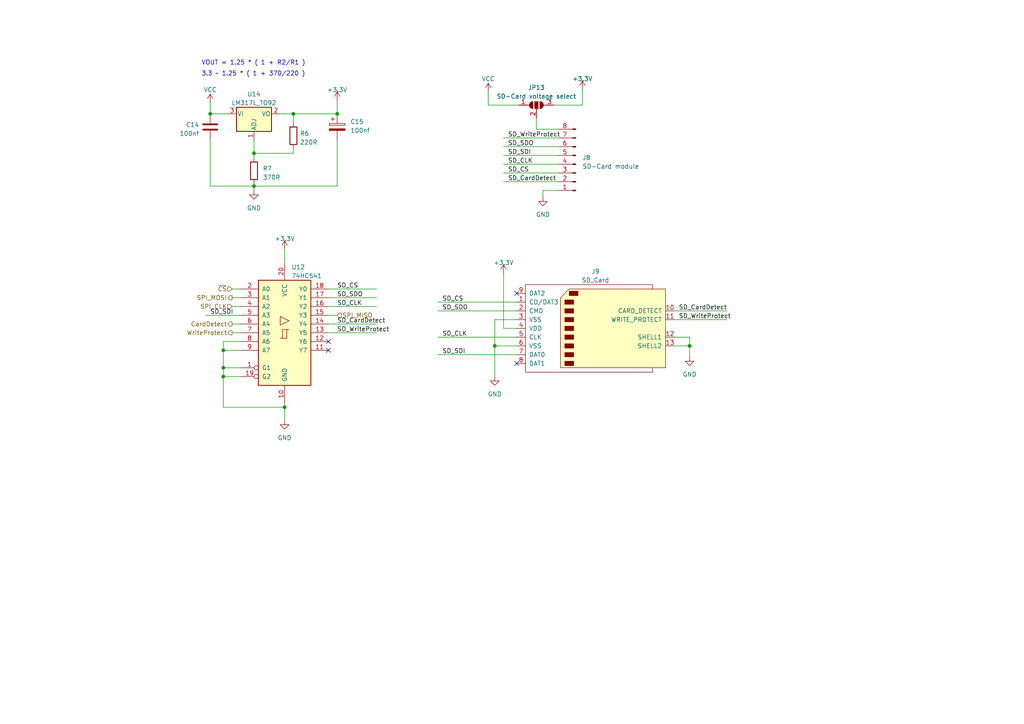
<source format=kicad_sch>
(kicad_sch (version 20250114) (generator "eeschema") (generator_version "9.0")
  (paper "A4")
  (lib_symbols
    (symbol "74xx:74LS541" (pin_names (offset 1.016))
      (property "Reference" "U" (at -7.62 16.51 0))
      (property "Value" "74LS541" (at -7.62 -16.51 0))
      (symbol "74LS541_1_0"
        (polyline (pts (xy -1.27 -1.6002) (xy 0.635 -1.6002) (xy 0.635 0.9398) (xy 1.27 0.9398)))
        (polyline (pts (xy -0.635 -1.6002) (xy -0.635 0.9398) (xy 0.635 0.9398)))
        (polyline (pts (xy 1.27 3.4798) (xy -1.27 4.7498) (xy -1.27 2.2098) (xy 1.27 3.4798)) (stroke (width 0.1524)))
        (pin input line (at -12.7 12.7 0) (length 5.08) (name "A0") (number "2"))
        (pin input line (at -12.7 10.16 0) (length 5.08) (name "A1") (number "3"))
        (pin input line (at -12.7 7.62 0) (length 5.08) (name "A2") (number "4"))
        (pin input line (at -12.7 5.08 0) (length 5.08) (name "A3") (number "5"))
        (pin input line (at -12.7 2.54 0) (length 5.08) (name "A4") (number "6"))
        (pin input line (at -12.7 0 0) (length 5.08) (name "A5") (number "7"))
        (pin input line (at -12.7 -2.54 0) (length 5.08) (name "A6") (number "8"))
        (pin input line (at -12.7 -5.08 0) (length 5.08) (name "A7") (number "9"))
        (pin input inverted (at -12.7 -10.16 0) (length 5.08) (name "G1") (number "1"))
        (pin input inverted (at -12.7 -12.7 0) (length 5.08) (name "G2") (number "19"))
        (pin power_in line (at 0 20.32 270) (length 5.08) (name "VCC") (number "20"))
        (pin power_in line (at 0 -20.32 90) (length 5.08) (name "GND") (number "10"))
        (pin tri_state line (at 12.7 12.7 180) (length 5.08) (name "Y0") (number "18"))
        (pin tri_state line (at 12.7 10.16 180) (length 5.08) (name "Y1") (number "17"))
        (pin tri_state line (at 12.7 7.62 180) (length 5.08) (name "Y2") (number "16"))
        (pin tri_state line (at 12.7 5.08 180) (length 5.08) (name "Y3") (number "15"))
        (pin tri_state line (at 12.7 2.54 180) (length 5.08) (name "Y4") (number "14"))
        (pin tri_state line (at 12.7 0 180) (length 5.08) (name "Y5") (number "13"))
        (pin tri_state line (at 12.7 -2.54 180) (length 5.08) (name "Y6") (number "12"))
        (pin tri_state line (at 12.7 -5.08 180) (length 5.08) (name "Y7") (number "11"))
      )
      (symbol "74LS541_1_1"
        (rectangle (start -7.62 15.24) (end 7.62 -15.24) (stroke (width 0.254)) (fill (type background)))
      )
    )
    (symbol "Connector:Conn_01x08_Pin" (pin_names (offset 1.016) (hide yes))
      (property "Reference" "J" (at 0 10.16 0))
      (property "Value" "Conn_01x08_Pin" (at 0 -12.7 0))
      (symbol "Conn_01x08_Pin_1_1"
        (rectangle (start 0.8636 7.747) (end 0 7.493) (stroke (width 0.1524)) (fill (type outline)))
        (rectangle (start 0.8636 5.207) (end 0 4.953) (stroke (width 0.1524)) (fill (type outline)))
        (rectangle (start 0.8636 2.667) (end 0 2.413) (stroke (width 0.1524)) (fill (type outline)))
        (rectangle (start 0.8636 0.127) (end 0 -0.127) (stroke (width 0.1524)) (fill (type outline)))
        (rectangle (start 0.8636 -2.413) (end 0 -2.667) (stroke (width 0.1524)) (fill (type outline)))
        (rectangle (start 0.8636 -4.953) (end 0 -5.207) (stroke (width 0.1524)) (fill (type outline)))
        (rectangle (start 0.8636 -7.493) (end 0 -7.747) (stroke (width 0.1524)) (fill (type outline)))
        (rectangle (start 0.8636 -10.033) (end 0 -10.287) (stroke (width 0.1524)) (fill (type outline)))
        (polyline (pts (xy 1.27 7.62) (xy 0.8636 7.62)) (stroke (width 0.1524)))
        (polyline (pts (xy 1.27 5.08) (xy 0.8636 5.08)) (stroke (width 0.1524)))
        (polyline (pts (xy 1.27 2.54) (xy 0.8636 2.54)) (stroke (width 0.1524)))
        (polyline (pts (xy 1.27 0) (xy 0.8636 0)) (stroke (width 0.1524)))
        (polyline (pts (xy 1.27 -2.54) (xy 0.8636 -2.54)) (stroke (width 0.1524)))
        (polyline (pts (xy 1.27 -5.08) (xy 0.8636 -5.08)) (stroke (width 0.1524)))
        (polyline (pts (xy 1.27 -7.62) (xy 0.8636 -7.62)) (stroke (width 0.1524)))
        (polyline (pts (xy 1.27 -10.16) (xy 0.8636 -10.16)) (stroke (width 0.1524)))
        (pin passive line (at 5.08 7.62 180) (length 3.81) (name "Pin_1") (number "1"))
        (pin passive line (at 5.08 5.08 180) (length 3.81) (name "Pin_2") (number "2"))
        (pin passive line (at 5.08 2.54 180) (length 3.81) (name "Pin_3") (number "3"))
        (pin passive line (at 5.08 0 180) (length 3.81) (name "Pin_4") (number "4"))
        (pin passive line (at 5.08 -2.54 180) (length 3.81) (name "Pin_5") (number "5"))
        (pin passive line (at 5.08 -5.08 180) (length 3.81) (name "Pin_6") (number "6"))
        (pin passive line (at 5.08 -7.62 180) (length 3.81) (name "Pin_7") (number "7"))
        (pin passive line (at 5.08 -10.16 180) (length 3.81) (name "Pin_8") (number "8"))
      )
    )
    (symbol "Connector:SD_Card" (pin_names (offset 1.016))
      (property "Reference" "J" (at -16.51 13.97 0))
      (property "Value" "SD_Card" (at 15.24 -13.97 0))
      (symbol "SD_Card_0_1"
        (polyline (pts (xy -10.16 8.89) (xy -7.62 11.43) (xy 20.32 11.43) (xy 20.32 -11.43) (xy -10.16 -11.43) (xy -10.16 8.89)) (fill (type background)))
        (rectangle (start -8.89 8.255) (end -6.35 6.985) (fill (type outline)))
        (rectangle (start -8.89 5.715) (end -6.35 4.445) (fill (type outline)))
        (rectangle (start -8.89 3.175) (end -6.35 1.905) (fill (type outline)))
        (rectangle (start -8.89 0.635) (end -6.35 -0.635) (fill (type outline)))
        (rectangle (start -8.89 -1.905) (end -6.35 -3.175) (fill (type outline)))
        (rectangle (start -8.89 -4.445) (end -6.35 -5.715) (fill (type outline)))
        (rectangle (start -8.89 -6.985) (end -6.35 -8.255) (fill (type outline)))
        (rectangle (start -8.89 -9.525) (end -6.35 -10.795) (fill (type outline)))
        (rectangle (start -7.62 10.795) (end -5.08 9.525) (fill (type outline)))
        (polyline (pts (xy 16.51 11.43) (xy 16.51 12.7) (xy -20.32 12.7) (xy -20.32 -12.7) (xy 16.51 -12.7) (xy 16.51 -11.43)))
      )
      (symbol "SD_Card_1_1"
        (pin input line (at -22.86 10.16 0) (length 2.54) (name "DAT2") (number "9"))
        (pin input line (at -22.86 7.62 0) (length 2.54) (name "CD/DAT3") (number "1"))
        (pin input line (at -22.86 5.08 0) (length 2.54) (name "CMD") (number "2"))
        (pin power_in line (at -22.86 2.54 0) (length 2.54) (name "VSS") (number "3"))
        (pin power_in line (at -22.86 0 0) (length 2.54) (name "VDD") (number "4"))
        (pin input line (at -22.86 -2.54 0) (length 2.54) (name "CLK") (number "5"))
        (pin power_in line (at -22.86 -5.08 0) (length 2.54) (name "VSS") (number "6"))
        (pin input line (at -22.86 -7.62 0) (length 2.54) (name "DAT0") (number "7"))
        (pin input line (at -22.86 -10.16 0) (length 2.54) (name "DAT1") (number "8"))
        (pin input line (at 22.86 5.08 180) (length 2.54) (name "CARD_DETECT") (number "10"))
        (pin input line (at 22.86 2.54 180) (length 2.54) (name "WRITE_PROTECT") (number "11"))
        (pin input line (at 22.86 -2.54 180) (length 2.54) (name "SHELL1") (number "12"))
        (pin input line (at 22.86 -5.08 180) (length 2.54) (name "SHELL2") (number "13"))
      )
    )
    (symbol "Device:C" (pin_numbers (hide yes)) (pin_names (offset 0.254))
      (property "Reference" "C" (at 0.635 2.54 0))
      (property "Value" "C" (at 0.635 -2.54 0))
      (symbol "C_0_1"
        (polyline (pts (xy -2.032 0.762) (xy 2.032 0.762)) (stroke (width 0.508)))
        (polyline (pts (xy -2.032 -0.762) (xy 2.032 -0.762)) (stroke (width 0.508)))
      )
      (symbol "C_1_1"
        (pin passive line (at 0 3.81 270) (length 2.794) (name "~") (number "1"))
        (pin passive line (at 0 -3.81 90) (length 2.794) (name "~") (number "2"))
      )
    )
    (symbol "Device:C_Polarized" (pin_numbers (hide yes)) (pin_names (offset 0.254))
      (property "Reference" "C" (at 0.635 2.54 0))
      (property "Value" "C_Polarized" (at 0.635 -2.54 0))
      (symbol "C_Polarized_0_1"
        (rectangle (start -2.286 0.508) (end 2.286 1.016))
        (polyline (pts (xy -1.778 2.286) (xy -0.762 2.286)))
        (polyline (pts (xy -1.27 2.794) (xy -1.27 1.778)))
        (rectangle (start 2.286 -0.508) (end -2.286 -1.016) (fill (type outline)))
      )
      (symbol "C_Polarized_1_1"
        (pin passive line (at 0 3.81 270) (length 2.794) (name "~") (number "1"))
        (pin passive line (at 0 -3.81 90) (length 2.794) (name "~") (number "2"))
      )
    )
    (symbol "Device:R" (pin_numbers (hide yes)) (pin_names (offset 0))
      (property "Reference" "R" (at 2.032 0 90))
      (property "Value" "R" (at 0 0 90))
      (symbol "R_0_1"
        (rectangle (start -1.016 -2.54) (end 1.016 2.54) (stroke (width 0.254)))
      )
      (symbol "R_1_1"
        (pin passive line (at 0 3.81 270) (length 1.27) (name "~") (number "1"))
        (pin passive line (at 0 -3.81 90) (length 1.27) (name "~") (number "2"))
      )
    )
    (symbol "Jumper:SolderJumper_3_Open" (pin_names (offset 0) (hide yes))
      (property "Reference" "JP" (at -2.54 -2.54 0))
      (property "Value" "SolderJumper_3_Open" (at 0 2.794 0))
      (symbol "SolderJumper_3_Open_0_1"
        (polyline (pts (xy -2.54 0) (xy -2.032 0)))
        (polyline (pts (xy -1.016 1.016) (xy -1.016 -1.016)))
        (arc (start -1.016 -1.016) (mid -2.0276 0) (end -1.016 1.016))
        (arc (start -1.016 -1.016) (mid -2.0276 0) (end -1.016 1.016) (fill (type outline)))
        (rectangle (start -0.508 1.016) (end 0.508 -1.016) (fill (type outline)))
        (polyline (pts (xy 0 -1.27) (xy 0 -1.016)))
        (arc (start 1.016 1.016) (mid 2.0276 0) (end 1.016 -1.016))
        (arc (start 1.016 1.016) (mid 2.0276 0) (end 1.016 -1.016) (fill (type outline)))
        (polyline (pts (xy 1.016 1.016) (xy 1.016 -1.016)))
        (polyline (pts (xy 2.54 0) (xy 2.032 0)))
      )
      (symbol "SolderJumper_3_Open_1_1"
        (pin passive line (at -5.08 0 0) (length 2.54) (name "A") (number "1"))
        (pin passive line (at 0 -3.81 90) (length 2.54) (name "C") (number "2"))
        (pin passive line (at 5.08 0 180) (length 2.54) (name "B") (number "3"))
      )
    )
    (symbol "Regulator_Linear:LM317L_TO92" (pin_names (offset 0.254))
      (property "Reference" "U" (at -3.81 3.175 0))
      (property "Value" "LM317L_TO92" (at 0 3.175 0))
      (symbol "LM317L_TO92_0_1"
        (rectangle (start -5.08 1.905) (end 5.08 -5.08) (stroke (width 0.254)) (fill (type background)))
      )
      (symbol "LM317L_TO92_1_1"
        (pin power_in line (at -7.62 0 0) (length 2.54) (name "VI") (number "3"))
        (pin input line (at 0 -7.62 90) (length 2.54) (name "ADJ") (number "1"))
        (pin power_out line (at 7.62 0 180) (length 2.54) (name "VO") (number "2"))
      )
    )
    (symbol "power:+3.3V" (power) (pin_names (offset 0))
      (property "Value" "+3.3V" (at 0 3.556 0))
      (symbol "+3.3V_0_1"
        (polyline (pts (xy -0.762 1.27) (xy 0 2.54)))
        (polyline (pts (xy 0 2.54) (xy 0.762 1.27)))
        (polyline (pts (xy 0 0) (xy 0 2.54)))
      )
      (symbol "+3.3V_1_1"
        (pin power_in line (at 0 0 90) (length 0) (hide yes) (name "+3.3V") (number "1"))
      )
    )
    (symbol "power:GND" (power) (pin_names (offset 0))
      (property "Value" "GND" (at 0 -3.81 0))
      (symbol "GND_0_1"
        (polyline (pts (xy 0 0) (xy 0 -1.27) (xy 1.27 -1.27) (xy 0 -2.54) (xy -1.27 -1.27) (xy 0 -1.27)))
      )
      (symbol "GND_1_1"
        (pin power_in line (at 0 0 270) (length 0) (hide yes) (name "GND") (number "1"))
      )
    )
    (symbol "power:VCC" (power) (pin_names (offset 0))
      (property "Value" "VCC" (at 0 3.81 0))
      (symbol "VCC_0_1"
        (polyline (pts (xy -0.762 1.27) (xy 0 2.54)))
        (polyline (pts (xy 0 2.54) (xy 0.762 1.27)))
        (polyline (pts (xy 0 0) (xy 0 2.54)))
      )
      (symbol "VCC_1_1"
        (pin power_in line (at 0 0 90) (length 0) (hide yes) (name "VCC") (number "1"))
      )
    )
  )
  (text "VOUT = 1.25 * ( 1 + R2/R1 )" (at 58.42 19.05 0) (effects (font (size 1.27 1.27)) (justify left bottom)))
  (text "3.3 ~ 1.25 * ( 1 + 370/220 )" (at 58.42 22.225 0) (effects (font (size 1.27 1.27)) (justify left bottom)))
  (junction (at 73.66 44.45))
  (junction (at 64.77 106.68))
  (junction (at 143.51 100.33))
  (junction (at 200.025 100.33))
  (junction (at 85.09 33.02))
  (junction (at 97.79 33.02))
  (junction (at 82.55 118.11))
  (junction (at 64.77 109.22))
  (junction (at 64.77 101.6))
  (junction (at 60.96 33.02))
  (junction (at 73.66 53.975))
  (no_connect (at 95.25 99.06))
  (no_connect (at 95.25 101.6))
  (no_connect (at 149.86 105.41))
  (no_connect (at 149.86 85.09))
  (wire (pts (xy 73.66 40.64) (xy 73.66 44.45)))
  (wire (pts (xy 59.69 91.44) (xy 69.85 91.44)))
  (wire (pts (xy 127 90.17) (xy 149.86 90.17)))
  (wire (pts (xy 200.025 100.33) (xy 200.025 103.505)))
  (wire (pts (xy 64.77 99.06) (xy 69.85 99.06)))
  (wire (pts (xy 127 87.63) (xy 149.86 87.63)))
  (wire (pts (xy 60.96 40.64) (xy 60.96 53.975)))
  (wire (pts (xy 143.51 92.71) (xy 143.51 100.33)))
  (wire (pts (xy 146.05 95.25) (xy 149.86 95.25)))
  (wire (pts (xy 97.79 29.21) (xy 97.79 33.02)))
  (wire (pts (xy 95.25 83.82) (xy 109.22 83.82)))
  (wire (pts (xy 155.575 37.465) (xy 161.925 37.465)))
  (wire (pts (xy 146.05 45.085) (xy 161.925 45.085)))
  (wire (pts (xy 67.31 83.82) (xy 69.85 83.82)))
  (wire (pts (xy 195.58 100.33) (xy 200.025 100.33)))
  (wire (pts (xy 60.96 33.02) (xy 66.04 33.02)))
  (wire (pts (xy 109.22 93.98) (xy 95.25 93.98)))
  (wire (pts (xy 67.31 88.9) (xy 69.85 88.9)))
  (wire (pts (xy 168.91 30.48) (xy 168.91 26.035)))
  (wire (pts (xy 195.58 90.17) (xy 210.82 90.17)))
  (wire (pts (xy 200.025 97.79) (xy 200.025 100.33)))
  (wire (pts (xy 143.51 100.33) (xy 143.51 109.22)))
  (wire (pts (xy 127 102.87) (xy 149.86 102.87)))
  (wire (pts (xy 85.09 33.02) (xy 97.79 33.02)))
  (wire (pts (xy 73.66 53.34) (xy 73.66 53.975)))
  (wire (pts (xy 160.655 30.48) (xy 168.91 30.48)))
  (wire (pts (xy 64.77 109.22) (xy 64.77 118.11)))
  (wire (pts (xy 64.77 101.6) (xy 64.77 106.68)))
  (wire (pts (xy 64.77 118.11) (xy 82.55 118.11)))
  (wire (pts (xy 146.05 47.625) (xy 161.925 47.625)))
  (wire (pts (xy 64.77 99.06) (xy 64.77 101.6)))
  (wire (pts (xy 82.55 72.39) (xy 82.55 76.2)))
  (wire (pts (xy 69.85 106.68) (xy 64.77 106.68)))
  (wire (pts (xy 67.31 93.98) (xy 69.85 93.98)))
  (wire (pts (xy 64.77 109.22) (xy 69.85 109.22)))
  (wire (pts (xy 155.575 34.29) (xy 155.575 37.465)))
  (wire (pts (xy 146.05 42.545) (xy 161.925 42.545)))
  (wire (pts (xy 82.55 118.11) (xy 82.55 116.84)))
  (wire (pts (xy 146.05 50.165) (xy 161.925 50.165)))
  (wire (pts (xy 127 97.79) (xy 149.86 97.79)))
  (wire (pts (xy 95.25 86.36) (xy 109.22 86.36)))
  (wire (pts (xy 146.05 79.375) (xy 146.05 95.25)))
  (wire (pts (xy 141.605 26.67) (xy 141.605 30.48)))
  (wire (pts (xy 146.05 52.705) (xy 161.925 52.705)))
  (wire (pts (xy 210.82 92.71) (xy 195.58 92.71)))
  (wire (pts (xy 157.48 55.245) (xy 157.48 57.15)))
  (wire (pts (xy 60.96 29.845) (xy 60.96 33.02)))
  (wire (pts (xy 85.09 43.18) (xy 85.09 44.45)))
  (wire (pts (xy 95.25 88.9) (xy 109.22 88.9)))
  (wire (pts (xy 64.77 106.68) (xy 64.77 109.22)))
  (wire (pts (xy 149.86 92.71) (xy 143.51 92.71)))
  (wire (pts (xy 67.31 96.52) (xy 69.85 96.52)))
  (wire (pts (xy 195.58 97.79) (xy 200.025 97.79)))
  (wire (pts (xy 81.28 33.02) (xy 85.09 33.02)))
  (wire (pts (xy 85.09 33.02) (xy 85.09 35.56)))
  (wire (pts (xy 97.79 91.44) (xy 95.25 91.44)))
  (wire (pts (xy 97.79 53.975) (xy 73.66 53.975)))
  (wire (pts (xy 73.66 53.975) (xy 73.66 55.245)))
  (wire (pts (xy 161.925 55.245) (xy 157.48 55.245)))
  (wire (pts (xy 141.605 30.48) (xy 150.495 30.48)))
  (wire (pts (xy 146.05 40.005) (xy 161.925 40.005)))
  (wire (pts (xy 69.85 101.6) (xy 64.77 101.6)))
  (wire (pts (xy 67.31 86.36) (xy 69.85 86.36)))
  (wire (pts (xy 97.79 40.64) (xy 97.79 53.975)))
  (wire (pts (xy 143.51 100.33) (xy 149.86 100.33)))
  (wire (pts (xy 73.66 44.45) (xy 73.66 45.72)))
  (wire (pts (xy 82.55 121.92) (xy 82.55 118.11)))
  (wire (pts (xy 60.96 53.975) (xy 73.66 53.975)))
  (wire (pts (xy 73.66 44.45) (xy 85.09 44.45)))
  (wire (pts (xy 109.22 96.52) (xy 95.25 96.52)))
  (label "SD_CLK" (at 97.79 88.9 0))
  (label "SD_SDI" (at 147.32 45.085 0))
  (label "SD_CLK" (at 147.32 47.625 0))
  (label "SD_CLK" (at 128.27 97.79 0))
  (label "SD_SDO" (at 97.79 86.36 0))
  (label "SD_SDO" (at 147.32 42.545 0))
  (label "SD_WriteProtect" (at 97.79 96.52 0))
  (label "SD_CardDetect" (at 196.85 90.17 0))
  (label "SD_SDI" (at 128.27 102.87 0))
  (label "SD_WriteProtect" (at 196.85 92.71 0))
  (label "SD_SDI" (at 60.96 91.44 0))
  (label "SD_WriteProtect" (at 147.32 40.005 0))
  (label "SD_CardDetect" (at 97.79 93.98 0))
  (label "SD_SDO" (at 128.27 90.17 0))
  (label "SD_CardDetect" (at 147.32 52.705 0))
  (label "SD_CS" (at 128.27 87.63 0))
  (label "SD_CS" (at 97.79 83.82 0))
  (label "SD_CS" (at 147.32 50.165 0))
  (hierarchical_label "WriteProtect" (shape output) (at 67.31 96.52 180))
  (hierarchical_label "SPI_MOSI" (shape output) (at 67.31 86.36 180))
  (hierarchical_label "~{CS}" (shape input) (at 67.31 83.82 180))
  (hierarchical_label "SPI_MISO" (shape input) (at 97.79 91.44 0))
  (hierarchical_label "SPI_CLK" (shape input) (at 67.31 88.9 180))
  (hierarchical_label "CardDetect" (shape output) (at 67.31 93.98 180))
  (symbol (lib_id "Device:R") (at 85.09 39.37 180) (unit 1)
    (property "Reference" "R6" (at 86.995 38.735 0) (effects (justify right)))
    (property "Value" "220R" (at 86.995 41.275 0) (effects (justify right)))
    (property "Footprint" "Resistor_THT:R_Axial_DIN0204_L3.6mm_D1.6mm_P5.08mm_Horizontal" (effects (hide yes)))
  )
  (symbol (lib_id "power:+3.3V") (at 97.79 29.21 0) (unit 1)
    (property "Reference" "#PWR050" (effects (hide yes)))
    (property "Value" "+3.3V" (at 97.79 26.035 0))
  )
  (symbol (lib_id "power:GND") (at 200.025 103.505 0) (unit 1)
    (property "Reference" "#PWR054" (effects (hide yes)))
    (property "Value" "GND" (at 200.025 108.585 0))
  )
  (symbol (lib_id "Regulator_Linear:LM317L_TO92") (at 73.66 33.02 0) (unit 1)
    (property "Reference" "U14" (at 73.66 27.305 0))
    (property "Value" "LM317L_TO92" (at 73.66 29.845 0))
    (property "Footprint" "Package_TO_SOT_THT:TO-92_Inline" (effects (hide yes)))
    (property "Datasheet" "http://www.ti.com/lit/ds/snvs775k/snvs775k.pdf" (effects (hide yes)))
  )
  (symbol (lib_id "Connector:SD_Card") (at 172.72 95.25 0) (unit 1)
    (property "Reference" "J9" (at 172.72 78.74 0))
    (property "Value" "SD_Card" (at 172.72 81.28 0))
    (property "Footprint" "Connector_Card:SD_Kyocera_145638109511859+" (effects (hide yes)))
    (property "Datasheet" "http://portal.fciconnect.com/Comergent//fci/drawing/10067847.pdf" (effects (hide yes)))
  )
  (symbol (lib_id "Device:C_Polarized") (at 97.79 36.83 0) (unit 1)
    (property "Reference" "C15" (at 101.6 35.306 0) (effects (justify left)))
    (property "Value" "100nf" (at 101.6 37.846 0) (effects (justify left)))
    (property "Footprint" "Capacitor_THT:C_Radial_D4.0mm_H5.0mm_P1.50mm" (effects (hide yes)))
  )
  (symbol (lib_id "74xx:74LS541") (at 82.55 96.52 0) (unit 1)
    (property "Reference" "U12" (at 84.5059 77.47 0) (effects (justify left)))
    (property "Value" "74HC541" (at 84.5059 80.01 0) (effects (justify left)))
    (property "Footprint" "Package_DIP:DIP-20_W7.62mm" (effects (hide yes)))
    (property "Datasheet" "http://www.ti.com/lit/gpn/sn74LS541" (effects (hide yes)))
  )
  (symbol (lib_id "Connector:Conn_01x08_Pin") (at 167.005 47.625 180) (unit 1)
    (property "Reference" "J8" (at 168.91 45.72 0) (effects (justify right)))
    (property "Value" "SD-Card module" (at 168.91 48.26 0) (effects (justify right)))
    (property "Footprint" "Connector_PinHeader_2.54mm:PinHeader_1x08_P2.54mm_Vertical" (effects (hide yes)))
  )
  (symbol (lib_id "power:VCC") (at 60.96 29.845 0) (unit 1)
    (property "Reference" "#PWR048" (effects (hide yes)))
    (property "Value" "VCC" (at 60.96 26.035 0))
  )
  (symbol (lib_id "power:VCC") (at 141.605 26.67 0) (unit 1)
    (property "Reference" "#PWR053" (effects (hide yes)))
    (property "Value" "VCC" (at 141.605 22.86 0))
  )
  (symbol (lib_id "power:+3.3V") (at 146.05 79.375 0) (unit 1)
    (property "Reference" "#PWR055" (effects (hide yes)))
    (property "Value" "+3.3V" (at 146.05 76.2 0))
  )
  (symbol (lib_id "power:GND") (at 157.48 57.15 0) (unit 1)
    (property "Reference" "#PWR051" (effects (hide yes)))
    (property "Value" "GND" (at 157.48 62.23 0))
  )
  (symbol (lib_id "power:GND") (at 82.55 121.92 0) (unit 1)
    (property "Reference" "#PWR058" (effects (hide yes)))
    (property "Value" "GND" (at 82.55 127 0))
  )
  (symbol (lib_id "Jumper:SolderJumper_3_Open") (at 155.575 30.48 0) (unit 1)
    (property "Reference" "JP13" (at 155.575 25.4 0))
    (property "Value" "SD-Card voltage select" (at 155.575 27.94 0))
    (property "Footprint" "Jumper:SolderJumper-3_P1.3mm_Open_Pad1.0x1.5mm" (effects (hide yes)))
  )
  (symbol (lib_id "power:+3.3V") (at 168.91 26.035 0) (unit 1)
    (property "Reference" "#PWR052" (effects (hide yes)))
    (property "Value" "+3.3V" (at 168.91 22.86 0))
  )
  (symbol (lib_id "Device:C") (at 60.96 36.83 0) (mirror y) (unit 1)
    (property "Reference" "C14" (at 57.785 36.195 0) (effects (justify left)))
    (property "Value" "100nf" (at 57.785 38.735 0) (effects (justify left)))
    (property "Footprint" "Capacitor_THT:C_Disc_D3.8mm_W2.6mm_P2.50mm" (effects (hide yes)))
  )
  (symbol (lib_id "Device:R") (at 73.66 49.53 180) (unit 1)
    (property "Reference" "R7" (at 76.2 48.895 0) (effects (justify right)))
    (property "Value" "370R" (at 76.2 51.435 0) (effects (justify right)))
    (property "Footprint" "Resistor_THT:R_Axial_DIN0204_L3.6mm_D1.6mm_P5.08mm_Horizontal" (effects (hide yes)))
  )
  (symbol (lib_id "power:+3.3V") (at 82.55 72.39 0) (unit 1)
    (property "Reference" "#PWR057" (effects (hide yes)))
    (property "Value" "+3.3V" (at 82.55 69.215 0))
  )
  (symbol (lib_id "power:GND") (at 143.51 109.22 0) (unit 1)
    (property "Reference" "#PWR056" (effects (hide yes)))
    (property "Value" "GND" (at 143.51 114.3 0))
  )
  (symbol (lib_id "power:GND") (at 73.66 55.245 0) (unit 1)
    (property "Reference" "#PWR049" (effects (hide yes)))
    (property "Value" "GND" (at 73.66 60.325 0))
  )
)
</source>
